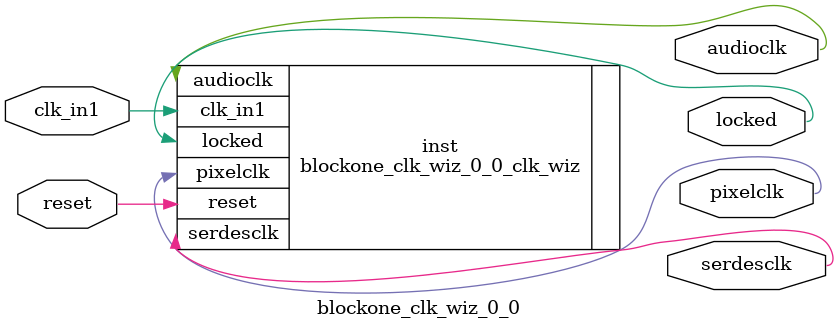
<source format=v>


`timescale 1ps/1ps

(* CORE_GENERATION_INFO = "blockone_clk_wiz_0_0,clk_wiz_v6_0_15_0_0,{component_name=blockone_clk_wiz_0_0,use_phase_alignment=true,use_min_o_jitter=false,use_max_i_jitter=false,use_dyn_phase_shift=false,use_inclk_switchover=false,use_dyn_reconfig=false,enable_axi=0,feedback_source=FDBK_AUTO,PRIMITIVE=MMCM,num_out_clk=3,clkin1_period=10.000,clkin2_period=10.000,use_power_down=false,use_reset=true,use_locked=true,use_inclk_stopped=false,feedback_type=SINGLE,CLOCK_MGR_TYPE=NA,manual_override=false}" *)

module blockone_clk_wiz_0_0 
 (
  // Clock out ports
  output        audioclk,
  output        pixelclk,
  output        serdesclk,
  // Status and control signals
  input         reset,
  output        locked,
 // Clock in ports
  input         clk_in1
 );

  blockone_clk_wiz_0_0_clk_wiz inst
  (
  // Clock out ports  
  .audioclk(audioclk),
  .pixelclk(pixelclk),
  .serdesclk(serdesclk),
  // Status and control signals               
  .reset(reset), 
  .locked(locked),
 // Clock in ports
  .clk_in1(clk_in1)
  );

endmodule

</source>
